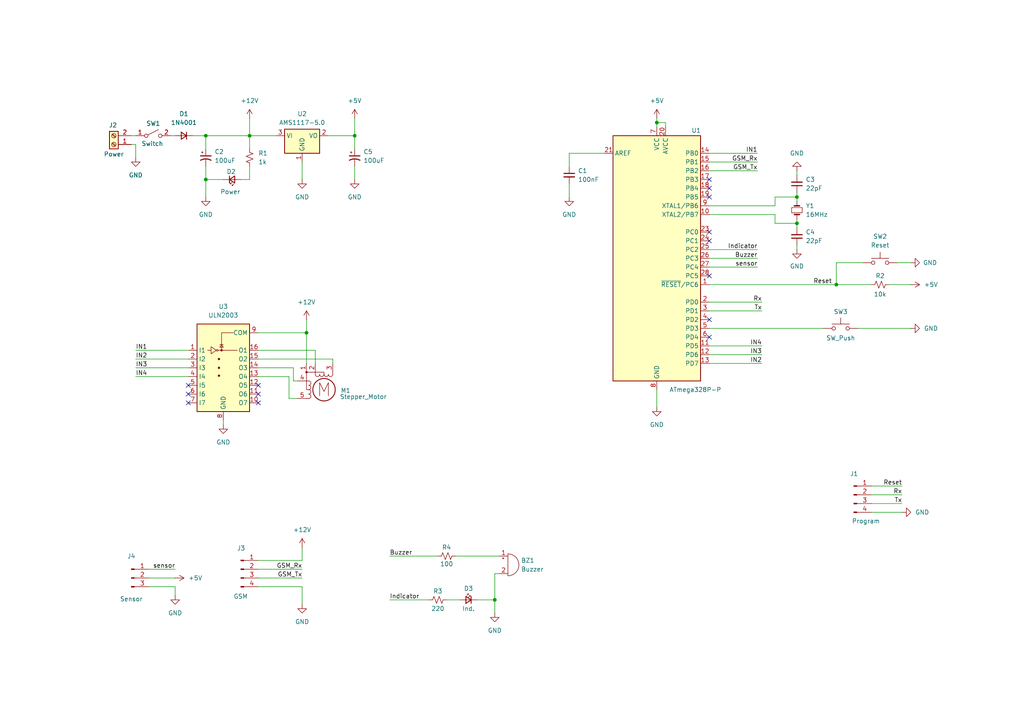
<source format=kicad_sch>
(kicad_sch (version 20231120) (generator "eeschema") (generator_version "8.0")
  (paper "A4")
  (lib_symbols
    (symbol "Connector:Conn_01x03_Pin" (pin_names (offset 1.016) hide)
      (property "Reference" "J" (at 0 5.08 0))
      (property "Value" "Conn_01x03_Pin" (at 0 -5.08 0))
      (symbol "Conn_01x03_Pin_1_1"
        (polyline (pts (xy 1.27 -2.54) (xy 0.8636 -2.54)) (stroke (width 0.1524)))
        (polyline (pts (xy 1.27 0) (xy 0.8636 0)) (stroke (width 0.1524)))
        (polyline (pts (xy 1.27 2.54) (xy 0.8636 2.54)) (stroke (width 0.1524)))
        (rectangle (start 0.8636 -2.413) (end 0 -2.667) (stroke (width 0.1524)) (fill (type outline)))
        (rectangle (start 0.8636 0.127) (end 0 -0.127) (stroke (width 0.1524)) (fill (type outline)))
        (rectangle (start 0.8636 2.667) (end 0 2.413) (stroke (width 0.1524)) (fill (type outline)))
        (pin passive line (at 5.08 2.54 180) (length 3.81) (name "Pin_1") (number "1"))
        (pin passive line (at 5.08 0 180) (length 3.81) (name "Pin_2") (number "2"))
        (pin passive line (at 5.08 -2.54 180) (length 3.81) (name "Pin_3") (number "3"))
      )
    )
    (symbol "Connector:Conn_01x04_Pin" (pin_names (offset 1.016) hide)
      (property "Reference" "J" (at 0 5.08 0))
      (property "Value" "Conn_01x04_Pin" (at 0 -7.62 0))
      (symbol "Conn_01x04_Pin_1_1"
        (polyline (pts (xy 1.27 -5.08) (xy 0.8636 -5.08)) (stroke (width 0.1524)))
        (polyline (pts (xy 1.27 -2.54) (xy 0.8636 -2.54)) (stroke (width 0.1524)))
        (polyline (pts (xy 1.27 0) (xy 0.8636 0)) (stroke (width 0.1524)))
        (polyline (pts (xy 1.27 2.54) (xy 0.8636 2.54)) (stroke (width 0.1524)))
        (rectangle (start 0.8636 -4.953) (end 0 -5.207) (stroke (width 0.1524)) (fill (type outline)))
        (rectangle (start 0.8636 -2.413) (end 0 -2.667) (stroke (width 0.1524)) (fill (type outline)))
        (rectangle (start 0.8636 0.127) (end 0 -0.127) (stroke (width 0.1524)) (fill (type outline)))
        (rectangle (start 0.8636 2.667) (end 0 2.413) (stroke (width 0.1524)) (fill (type outline)))
        (pin passive line (at 5.08 2.54 180) (length 3.81) (name "Pin_1") (number "1"))
        (pin passive line (at 5.08 0 180) (length 3.81) (name "Pin_2") (number "2"))
        (pin passive line (at 5.08 -2.54 180) (length 3.81) (name "Pin_3") (number "3"))
        (pin passive line (at 5.08 -5.08 180) (length 3.81) (name "Pin_4") (number "4"))
      )
    )
    (symbol "Connector:Screw_Terminal_01x02" (pin_names (offset 1.016) hide)
      (property "Reference" "J" (at 0 2.54 0))
      (property "Value" "Screw_Terminal_01x02" (at 0 -5.08 0))
      (symbol "Screw_Terminal_01x02_1_1"
        (rectangle (start -1.27 1.27) (end 1.27 -3.81) (stroke (width 0.254)) (fill (type background)))
        (circle (center 0 -2.54) (radius 0.635) (stroke (width 0.1524)))
        (polyline (pts (xy -0.5334 -2.2098) (xy 0.3302 -3.048)) (stroke (width 0.1524)))
        (polyline (pts (xy -0.5334 0.3302) (xy 0.3302 -0.508)) (stroke (width 0.1524)))
        (polyline (pts (xy -0.3556 -2.032) (xy 0.508 -2.8702)) (stroke (width 0.1524)))
        (polyline (pts (xy -0.3556 0.508) (xy 0.508 -0.3302)) (stroke (width 0.1524)))
        (circle (center 0 0) (radius 0.635) (stroke (width 0.1524)))
        (pin passive line (at -5.08 0 0) (length 3.81) (name "Pin_1") (number "1"))
        (pin passive line (at -5.08 -2.54 0) (length 3.81) (name "Pin_2") (number "2"))
      )
    )
    (symbol "Device:Buzzer" (pin_names (offset 0.0254) hide)
      (property "Reference" "BZ" (at 3.81 1.27 0))
      (property "Value" "Buzzer" (at 3.81 -1.27 0))
      (symbol "Buzzer_0_1"
        (arc (start 0 -3.175) (mid 3.1612 0) (end 0 3.175))
        (polyline (pts (xy -1.651 1.905) (xy -1.143 1.905)))
        (polyline (pts (xy -1.397 2.159) (xy -1.397 1.651)))
        (polyline (pts (xy 0 3.175) (xy 0 -3.175)))
      )
      (symbol "Buzzer_1_1"
        (pin passive line (at -2.54 2.54 0) (length 2.54) (name "+") (number "1"))
        (pin passive line (at -2.54 -2.54 0) (length 2.54) (name "-") (number "2"))
      )
    )
    (symbol "Device:C_Polarized_Small_US" (pin_numbers hide) (pin_names (offset 0.254) hide)
      (property "Reference" "C" (at 0.254 1.778 0))
      (property "Value" "C_Polarized_Small_US" (at 0.254 -2.032 0))
      (symbol "C_Polarized_Small_US_0_1"
        (polyline (pts (xy -1.524 0.508) (xy 1.524 0.508)) (stroke (width 0.3048)))
        (polyline (pts (xy -1.27 1.524) (xy -0.762 1.524)))
        (polyline (pts (xy -1.016 1.27) (xy -1.016 1.778)))
        (arc (start 1.524 -0.762) (mid 0 -0.3734) (end -1.524 -0.762) (stroke (width 0.3048)))
      )
      (symbol "C_Polarized_Small_US_1_1"
        (pin passive line (at 0 2.54 270) (length 2.032) (name "~") (number "1"))
        (pin passive line (at 0 -2.54 90) (length 2.032) (name "~") (number "2"))
      )
    )
    (symbol "Device:C_Small" (pin_numbers hide) (pin_names (offset 0.254) hide)
      (property "Reference" "C" (at 0.254 1.778 0))
      (property "Value" "C_Small" (at 0.254 -2.032 0))
      (symbol "C_Small_0_1"
        (polyline (pts (xy -1.524 -0.508) (xy 1.524 -0.508)) (stroke (width 0.3302)))
        (polyline (pts (xy -1.524 0.508) (xy 1.524 0.508)) (stroke (width 0.3048)))
      )
      (symbol "C_Small_1_1"
        (pin passive line (at 0 2.54 270) (length 2.032) (name "~") (number "1"))
        (pin passive line (at 0 -2.54 90) (length 2.032) (name "~") (number "2"))
      )
    )
    (symbol "Device:Crystal_Small" (pin_numbers hide) (pin_names (offset 1.016) hide)
      (property "Reference" "Y" (at 0 2.54 0))
      (property "Value" "Crystal_Small" (at 0 -2.54 0))
      (symbol "Crystal_Small_0_1"
        (rectangle (start -0.762 -1.524) (end 0.762 1.524))
        (polyline (pts (xy -1.27 -0.762) (xy -1.27 0.762)) (stroke (width 0.381)))
        (polyline (pts (xy 1.27 -0.762) (xy 1.27 0.762)) (stroke (width 0.381)))
      )
      (symbol "Crystal_Small_1_1"
        (pin passive line (at -2.54 0 0) (length 1.27) (name "1") (number "1"))
        (pin passive line (at 2.54 0 180) (length 1.27) (name "2") (number "2"))
      )
    )
    (symbol "Device:D_Small" (pin_numbers hide) (pin_names (offset 0.254) hide)
      (property "Reference" "D" (at -1.27 2.032 0))
      (property "Value" "D_Small" (at -3.81 -2.032 0))
      (symbol "D_Small_0_1"
        (polyline (pts (xy -0.762 -1.016) (xy -0.762 1.016)) (stroke (width 0.254)))
        (polyline (pts (xy -0.762 0) (xy 0.762 0)))
        (polyline (pts (xy 0.762 -1.016) (xy -0.762 0) (xy 0.762 1.016) (xy 0.762 -1.016)) (stroke (width 0.254)))
      )
      (symbol "D_Small_1_1"
        (pin passive line (at -2.54 0 0) (length 1.778) (name "K") (number "1"))
        (pin passive line (at 2.54 0 180) (length 1.778) (name "A") (number "2"))
      )
    )
    (symbol "Device:LED_Small" (pin_numbers hide) (pin_names (offset 0.254) hide)
      (property "Reference" "D" (at -1.27 3.175 0))
      (property "Value" "LED_Small" (at -4.445 -2.54 0))
      (symbol "LED_Small_0_1"
        (polyline (pts (xy -0.762 -1.016) (xy -0.762 1.016)) (stroke (width 0.254)))
        (polyline (pts (xy 1.016 0) (xy -0.762 0)))
        (polyline (pts (xy 0.762 -1.016) (xy -0.762 0) (xy 0.762 1.016) (xy 0.762 -1.016)) (stroke (width 0.254)))
        (polyline (pts (xy 0 0.762) (xy -0.508 1.27) (xy -0.254 1.27) (xy -0.508 1.27) (xy -0.508 1.016)))
        (polyline (pts (xy 0.508 1.27) (xy 0 1.778) (xy 0.254 1.778) (xy 0 1.778) (xy 0 1.524)))
      )
      (symbol "LED_Small_1_1"
        (pin passive line (at -2.54 0 0) (length 1.778) (name "K") (number "1"))
        (pin passive line (at 2.54 0 180) (length 1.778) (name "A") (number "2"))
      )
    )
    (symbol "Device:R_Small_US" (pin_numbers hide) (pin_names (offset 0.254) hide)
      (property "Reference" "R" (at 0.762 0.508 0))
      (property "Value" "R_Small_US" (at 0.762 -1.016 0))
      (symbol "R_Small_US_1_1"
        (polyline (pts (xy 0 0) (xy 1.016 -0.381) (xy 0 -0.762) (xy -1.016 -1.143) (xy 0 -1.524)))
        (polyline (pts (xy 0 1.524) (xy 1.016 1.143) (xy 0 0.762) (xy -1.016 0.381) (xy 0 0)))
        (pin passive line (at 0 2.54 270) (length 1.016) (name "~") (number "1"))
        (pin passive line (at 0 -2.54 90) (length 1.016) (name "~") (number "2"))
      )
    )
    (symbol "MCU_Microchip_ATmega:ATmega328P-P"
      (property "Reference" "U" (at -12.7 36.83 0))
      (property "Value" "ATmega328P-P" (at 2.54 -36.83 0))
      (symbol "ATmega328P-P_0_1"
        (rectangle (start -12.7 -35.56) (end 12.7 35.56) (stroke (width 0.254)) (fill (type background)))
      )
      (symbol "ATmega328P-P_1_1"
        (pin bidirectional line (at 15.24 -7.62 180) (length 2.54) (name "~{RESET}/PC6") (number "1"))
        (pin bidirectional line (at 15.24 12.7 180) (length 2.54) (name "XTAL2/PB7") (number "10"))
        (pin bidirectional line (at 15.24 -25.4 180) (length 2.54) (name "PD5") (number "11"))
        (pin bidirectional line (at 15.24 -27.94 180) (length 2.54) (name "PD6") (number "12"))
        (pin bidirectional line (at 15.24 -30.48 180) (length 2.54) (name "PD7") (number "13"))
        (pin bidirectional line (at 15.24 30.48 180) (length 2.54) (name "PB0") (number "14"))
        (pin bidirectional line (at 15.24 27.94 180) (length 2.54) (name "PB1") (number "15"))
        (pin bidirectional line (at 15.24 25.4 180) (length 2.54) (name "PB2") (number "16"))
        (pin bidirectional line (at 15.24 22.86 180) (length 2.54) (name "PB3") (number "17"))
        (pin bidirectional line (at 15.24 20.32 180) (length 2.54) (name "PB4") (number "18"))
        (pin bidirectional line (at 15.24 17.78 180) (length 2.54) (name "PB5") (number "19"))
        (pin bidirectional line (at 15.24 -12.7 180) (length 2.54) (name "PD0") (number "2"))
        (pin power_in line (at 2.54 38.1 270) (length 2.54) (name "AVCC") (number "20"))
        (pin passive line (at -15.24 30.48 0) (length 2.54) (name "AREF") (number "21"))
        (pin passive line (at 0 -38.1 90) (length 2.54) hide (name "GND") (number "22"))
        (pin bidirectional line (at 15.24 7.62 180) (length 2.54) (name "PC0") (number "23"))
        (pin bidirectional line (at 15.24 5.08 180) (length 2.54) (name "PC1") (number "24"))
        (pin bidirectional line (at 15.24 2.54 180) (length 2.54) (name "PC2") (number "25"))
        (pin bidirectional line (at 15.24 0 180) (length 2.54) (name "PC3") (number "26"))
        (pin bidirectional line (at 15.24 -2.54 180) (length 2.54) (name "PC4") (number "27"))
        (pin bidirectional line (at 15.24 -5.08 180) (length 2.54) (name "PC5") (number "28"))
        (pin bidirectional line (at 15.24 -15.24 180) (length 2.54) (name "PD1") (number "3"))
        (pin bidirectional line (at 15.24 -17.78 180) (length 2.54) (name "PD2") (number "4"))
        (pin bidirectional line (at 15.24 -20.32 180) (length 2.54) (name "PD3") (number "5"))
        (pin bidirectional line (at 15.24 -22.86 180) (length 2.54) (name "PD4") (number "6"))
        (pin power_in line (at 0 38.1 270) (length 2.54) (name "VCC") (number "7"))
        (pin power_in line (at 0 -38.1 90) (length 2.54) (name "GND") (number "8"))
        (pin bidirectional line (at 15.24 15.24 180) (length 2.54) (name "XTAL1/PB6") (number "9"))
      )
    )
    (symbol "Motor:Stepper_Motor_unipolar_5pin" (pin_names (offset 0) hide)
      (property "Reference" "M" (at 3.81 2.54 0))
      (property "Value" "Stepper_Motor_unipolar_5pin" (at 3.81 1.27 0))
      (symbol "Stepper_Motor_unipolar_5pin_0_0"
        (polyline (pts (xy -1.27 -1.778) (xy -1.27 2.032) (xy 0 -0.508) (xy 1.27 2.032) (xy 1.27 -1.778)))
      )
      (symbol "Stepper_Motor_unipolar_5pin_0_1"
        (circle (center -5.08 5.08) (radius 0.0001) (fill (type outline)))
        (circle (center -5.08 5.08) (radius 0.254) (fill (type outline)))
        (arc (start -4.445 -2.54) (mid -3.8127 -1.905) (end -4.445 -1.27))
        (arc (start -4.445 -1.27) (mid -3.8127 -0.635) (end -4.445 0))
        (arc (start -4.445 0) (mid -3.8127 0.635) (end -4.445 1.27))
        (arc (start -4.445 1.27) (mid -3.8127 1.905) (end -4.445 2.54))
        (arc (start -2.54 4.445) (mid -1.905 3.8127) (end -1.27 4.445))
        (arc (start -1.27 4.445) (mid -0.635 3.8127) (end 0 4.445))
        (polyline (pts (xy -5.08 -2.54) (xy -4.445 -2.54)))
        (polyline (pts (xy -5.08 2.54) (xy -4.445 2.54)))
        (polyline (pts (xy -2.54 4.445) (xy -2.54 5.08)))
        (polyline (pts (xy 2.54 4.445) (xy 2.54 5.08)))
        (polyline (pts (xy -5.08 5.08) (xy -5.08 0) (xy -4.445 0)))
        (polyline (pts (xy 0 4.445) (xy 0 5.08) (xy -5.08 5.08)))
        (circle (center 0 0) (radius 3.2512) (stroke (width 0.254)))
        (arc (start 0 4.445) (mid 0.635 3.8127) (end 1.27 4.445))
        (arc (start 1.27 4.445) (mid 1.905 3.8127) (end 2.54 4.445))
      )
      (symbol "Stepper_Motor_unipolar_5pin_1_1"
        (pin passive line (at -5.08 7.62 270) (length 2.54) (name "~") (number "1"))
        (pin passive line (at -2.54 7.62 270) (length 2.54) (name "~") (number "2"))
        (pin passive line (at 2.54 7.62 270) (length 2.54) (name "-") (number "3"))
        (pin passive line (at -7.62 2.54 0) (length 2.54) (name "~") (number "4"))
        (pin passive line (at -7.62 -2.54 0) (length 2.54) (name "~") (number "5"))
      )
    )
    (symbol "Regulator_Linear:AMS1117-5.0"
      (property "Reference" "U" (at -3.81 3.175 0))
      (property "Value" "AMS1117-5.0" (at 0 3.175 0))
      (symbol "AMS1117-5.0_0_1"
        (rectangle (start -5.08 -5.08) (end 5.08 1.905) (stroke (width 0.254)) (fill (type background)))
      )
      (symbol "AMS1117-5.0_1_1"
        (pin power_in line (at 0 -7.62 90) (length 2.54) (name "GND") (number "1"))
        (pin power_out line (at 7.62 0 180) (length 2.54) (name "VO") (number "2"))
        (pin power_in line (at -7.62 0 0) (length 2.54) (name "VI") (number "3"))
      )
    )
    (symbol "Switch:SW_Push" (pin_numbers hide) (pin_names (offset 1.016) hide)
      (property "Reference" "SW" (at 1.27 2.54 0))
      (property "Value" "SW_Push" (at 0 -1.524 0))
      (symbol "SW_Push_0_1"
        (circle (center -2.032 0) (radius 0.508))
        (polyline (pts (xy 0 1.27) (xy 0 3.048)))
        (polyline (pts (xy 2.54 1.27) (xy -2.54 1.27)))
        (circle (center 2.032 0) (radius 0.508))
        (pin passive line (at -5.08 0 0) (length 2.54) (name "1") (number "1"))
        (pin passive line (at 5.08 0 180) (length 2.54) (name "2") (number "2"))
      )
    )
    (symbol "Switch:SW_SPST" (pin_names (offset 0) hide)
      (property "Reference" "SW" (at 0 3.175 0))
      (property "Value" "SW_SPST" (at 0 -2.54 0))
      (symbol "SW_SPST_0_0"
        (circle (center -2.032 0) (radius 0.508))
        (polyline (pts (xy -1.524 0.254) (xy 1.524 1.778)))
        (circle (center 2.032 0) (radius 0.508))
      )
      (symbol "SW_SPST_1_1"
        (pin passive line (at -5.08 0 0) (length 2.54) (name "A") (number "1"))
        (pin passive line (at 5.08 0 180) (length 2.54) (name "B") (number "2"))
      )
    )
    (symbol "Transistor_Array:ULN2003"
      (property "Reference" "U" (at 0 15.875 0))
      (property "Value" "ULN2003" (at 0 13.97 0))
      (symbol "ULN2003_0_1"
        (rectangle (start -7.62 -12.7) (end 7.62 12.7) (stroke (width 0.254)) (fill (type background)))
        (circle (center -1.778 5.08) (radius 0.254))
        (circle (center -1.27 -2.286) (radius 0.254) (fill (type outline)))
        (circle (center -1.27 0) (radius 0.254) (fill (type outline)))
        (circle (center -1.27 2.54) (radius 0.254) (fill (type outline)))
        (circle (center -0.508 5.08) (radius 0.254) (fill (type outline)))
        (polyline (pts (xy -4.572 5.08) (xy -3.556 5.08)))
        (polyline (pts (xy -1.524 5.08) (xy 4.064 5.08)))
        (polyline (pts (xy 0 6.731) (xy -1.016 6.731)))
        (polyline (pts (xy -0.508 5.08) (xy -0.508 10.16) (xy 2.921 10.16)))
        (polyline (pts (xy -3.556 6.096) (xy -3.556 4.064) (xy -2.032 5.08) (xy -3.556 6.096)))
        (polyline (pts (xy 0 5.969) (xy -1.016 5.969) (xy -0.508 6.731) (xy 0 5.969)))
      )
      (symbol "ULN2003_1_1"
        (pin input line (at -10.16 5.08 0) (length 2.54) (name "I1") (number "1"))
        (pin open_collector line (at 10.16 -10.16 180) (length 2.54) (name "O7") (number "10"))
        (pin open_collector line (at 10.16 -7.62 180) (length 2.54) (name "O6") (number "11"))
        (pin open_collector line (at 10.16 -5.08 180) (length 2.54) (name "O5") (number "12"))
        (pin open_collector line (at 10.16 -2.54 180) (length 2.54) (name "O4") (number "13"))
        (pin open_collector line (at 10.16 0 180) (length 2.54) (name "O3") (number "14"))
        (pin open_collector line (at 10.16 2.54 180) (length 2.54) (name "O2") (number "15"))
        (pin open_collector line (at 10.16 5.08 180) (length 2.54) (name "O1") (number "16"))
        (pin input line (at -10.16 2.54 0) (length 2.54) (name "I2") (number "2"))
        (pin input line (at -10.16 0 0) (length 2.54) (name "I3") (number "3"))
        (pin input line (at -10.16 -2.54 0) (length 2.54) (name "I4") (number "4"))
        (pin input line (at -10.16 -5.08 0) (length 2.54) (name "I5") (number "5"))
        (pin input line (at -10.16 -7.62 0) (length 2.54) (name "I6") (number "6"))
        (pin input line (at -10.16 -10.16 0) (length 2.54) (name "I7") (number "7"))
        (pin power_in line (at 0 -15.24 90) (length 2.54) (name "GND") (number "8"))
        (pin passive line (at 10.16 10.16 180) (length 2.54) (name "COM") (number "9"))
      )
    )
    (symbol "power:+12V" (power) (pin_numbers hide) (pin_names (offset 0) hide)
      (property "Value" "+12V" (at 0 3.556 0))
      (symbol "+12V_0_1"
        (polyline (pts (xy -0.762 1.27) (xy 0 2.54)))
        (polyline (pts (xy 0 0) (xy 0 2.54)))
        (polyline (pts (xy 0 2.54) (xy 0.762 1.27)))
      )
      (symbol "+12V_1_1"
        (pin power_in line (at 0 0 90) (length 0) (name "~") (number "1"))
      )
    )
    (symbol "power:+5V" (power) (pin_numbers hide) (pin_names (offset 0) hide)
      (property "Value" "+5V" (at 0 3.556 0))
      (symbol "+5V_0_1"
        (polyline (pts (xy -0.762 1.27) (xy 0 2.54)))
        (polyline (pts (xy 0 0) (xy 0 2.54)))
        (polyline (pts (xy 0 2.54) (xy 0.762 1.27)))
      )
      (symbol "+5V_1_1"
        (pin power_in line (at 0 0 90) (length 0) (name "~") (number "1"))
      )
    )
    (symbol "power:GND" (power) (pin_numbers hide) (pin_names (offset 0) hide)
      (property "Value" "GND" (at 0 -3.81 0))
      (symbol "GND_0_1"
        (polyline (pts (xy 0 0) (xy 0 -1.27) (xy 1.27 -1.27) (xy 0 -2.54) (xy -1.27 -1.27) (xy 0 -1.27)))
      )
      (symbol "GND_1_1"
        (pin power_in line (at 0 0 270) (length 0) (name "~") (number "1"))
      )
    )
  )
  (junction (at 59.69 52.07))
  (junction (at 102.87 39.37))
  (junction (at 190.5 35.56))
  (junction (at 231.14 64.77))
  (junction (at 72.39 39.37))
  (junction (at 231.14 57.15))
  (junction (at 59.69 39.37))
  (junction (at 143.51 173.99))
  (junction (at 88.9 96.52))
  (junction (at 242.57 82.55))
  (no_connect (at 54.61 111.76))
  (no_connect (at 54.61 116.84))
  (no_connect (at 74.93 114.3))
  (no_connect (at 205.74 52.07))
  (no_connect (at 205.74 54.61))
  (no_connect (at 54.61 114.3))
  (no_connect (at 205.74 92.71))
  (no_connect (at 205.74 80.01))
  (no_connect (at 205.74 57.15))
  (no_connect (at 74.93 111.76))
  (no_connect (at 205.74 69.85))
  (no_connect (at 205.74 97.79))
  (no_connect (at 74.93 116.84))
  (no_connect (at 205.74 67.31))
  (wire (pts (xy 250.19 76.2) (xy 242.57 76.2)))
  (wire (pts (xy 43.18 170.18) (xy 50.8 170.18)))
  (wire (pts (xy 224.79 62.23) (xy 224.79 64.77)))
  (wire (pts (xy 74.93 106.68) (xy 85.09 106.68)))
  (wire (pts (xy 231.14 63.5) (xy 231.14 64.77)))
  (wire (pts (xy 132.08 161.29) (xy 144.78 161.29)))
  (wire (pts (xy 143.51 173.99) (xy 143.51 177.8)))
  (wire (pts (xy 205.74 105.41) (xy 220.98 105.41)))
  (wire (pts (xy 88.9 105.41) (xy 88.9 96.52)))
  (wire (pts (xy 43.18 165.1) (xy 50.8 165.1)))
  (wire (pts (xy 143.51 173.99) (xy 138.43 173.99)))
  (wire (pts (xy 43.18 167.64) (xy 50.8 167.64)))
  (wire (pts (xy 88.9 96.52) (xy 74.93 96.52)))
  (wire (pts (xy 64.77 52.07) (xy 59.69 52.07)))
  (wire (pts (xy 252.73 143.51) (xy 261.62 143.51)))
  (wire (pts (xy 231.14 55.88) (xy 231.14 57.15)))
  (wire (pts (xy 205.74 72.39) (xy 219.71 72.39)))
  (wire (pts (xy 85.09 110.49) (xy 86.36 110.49)))
  (wire (pts (xy 39.37 106.68) (xy 54.61 106.68)))
  (wire (pts (xy 205.74 95.25) (xy 238.76 95.25)))
  (wire (pts (xy 165.1 53.34) (xy 165.1 57.15)))
  (wire (pts (xy 39.37 39.37) (xy 38.1 39.37)))
  (wire (pts (xy 96.52 104.14) (xy 96.52 105.41)))
  (wire (pts (xy 231.14 57.15) (xy 231.14 58.42)))
  (wire (pts (xy 39.37 101.6) (xy 54.61 101.6)))
  (wire (pts (xy 224.79 64.77) (xy 231.14 64.77)))
  (wire (pts (xy 102.87 39.37) (xy 102.87 43.18)))
  (wire (pts (xy 242.57 82.55) (xy 252.73 82.55)))
  (wire (pts (xy 72.39 39.37) (xy 80.01 39.37)))
  (wire (pts (xy 59.69 52.07) (xy 59.69 57.15)))
  (wire (pts (xy 86.36 115.57) (xy 83.82 115.57)))
  (wire (pts (xy 59.69 52.07) (xy 59.69 48.26)))
  (wire (pts (xy 95.25 39.37) (xy 102.87 39.37)))
  (wire (pts (xy 257.81 82.55) (xy 264.16 82.55)))
  (wire (pts (xy 113.03 161.29) (xy 127 161.29)))
  (wire (pts (xy 205.74 62.23) (xy 224.79 62.23)))
  (wire (pts (xy 87.63 46.99) (xy 87.63 52.07)))
  (wire (pts (xy 72.39 34.29) (xy 72.39 39.37)))
  (wire (pts (xy 205.74 87.63) (xy 220.98 87.63)))
  (wire (pts (xy 224.79 57.15) (xy 224.79 59.69)))
  (wire (pts (xy 231.14 49.53) (xy 231.14 50.8)))
  (wire (pts (xy 205.74 46.99) (xy 219.71 46.99)))
  (wire (pts (xy 143.51 166.37) (xy 144.78 166.37)))
  (wire (pts (xy 39.37 41.91) (xy 39.37 45.72)))
  (wire (pts (xy 38.1 41.91) (xy 39.37 41.91)))
  (wire (pts (xy 102.87 48.26) (xy 102.87 52.07)))
  (wire (pts (xy 91.44 101.6) (xy 91.44 105.41)))
  (wire (pts (xy 74.93 162.56) (xy 87.63 162.56)))
  (wire (pts (xy 252.73 140.97) (xy 261.62 140.97)))
  (wire (pts (xy 205.74 90.17) (xy 220.98 90.17)))
  (wire (pts (xy 72.39 52.07) (xy 72.39 48.26)))
  (wire (pts (xy 205.74 82.55) (xy 242.57 82.55)))
  (wire (pts (xy 87.63 175.26) (xy 87.63 170.18)))
  (wire (pts (xy 248.92 95.25) (xy 264.16 95.25)))
  (wire (pts (xy 113.03 173.99) (xy 124.46 173.99)))
  (wire (pts (xy 91.44 101.6) (xy 74.93 101.6)))
  (wire (pts (xy 242.57 76.2) (xy 242.57 82.55)))
  (wire (pts (xy 205.74 44.45) (xy 219.71 44.45)))
  (wire (pts (xy 129.54 173.99) (xy 133.35 173.99)))
  (wire (pts (xy 64.77 123.19) (xy 64.77 121.92)))
  (wire (pts (xy 190.5 35.56) (xy 190.5 34.29)))
  (wire (pts (xy 83.82 115.57) (xy 83.82 109.22)))
  (wire (pts (xy 49.53 39.37) (xy 50.8 39.37)))
  (wire (pts (xy 39.37 109.22) (xy 54.61 109.22)))
  (wire (pts (xy 193.04 35.56) (xy 190.5 35.56)))
  (wire (pts (xy 85.09 106.68) (xy 85.09 110.49)))
  (wire (pts (xy 83.82 109.22) (xy 74.93 109.22)))
  (wire (pts (xy 88.9 92.71) (xy 88.9 96.52)))
  (wire (pts (xy 260.35 76.2) (xy 264.16 76.2)))
  (wire (pts (xy 193.04 36.83) (xy 193.04 35.56)))
  (wire (pts (xy 190.5 113.03) (xy 190.5 118.11)))
  (wire (pts (xy 74.93 165.1) (xy 87.63 165.1)))
  (wire (pts (xy 231.14 64.77) (xy 231.14 66.04)))
  (wire (pts (xy 205.74 102.87) (xy 220.98 102.87)))
  (wire (pts (xy 102.87 34.29) (xy 102.87 39.37)))
  (wire (pts (xy 224.79 59.69) (xy 205.74 59.69)))
  (wire (pts (xy 39.37 104.14) (xy 54.61 104.14)))
  (wire (pts (xy 205.74 74.93) (xy 219.71 74.93)))
  (wire (pts (xy 252.73 146.05) (xy 261.62 146.05)))
  (wire (pts (xy 87.63 162.56) (xy 87.63 158.75)))
  (wire (pts (xy 74.93 167.64) (xy 87.63 167.64)))
  (wire (pts (xy 190.5 35.56) (xy 190.5 36.83)))
  (wire (pts (xy 59.69 39.37) (xy 72.39 39.37)))
  (wire (pts (xy 74.93 104.14) (xy 96.52 104.14)))
  (wire (pts (xy 165.1 44.45) (xy 165.1 48.26)))
  (wire (pts (xy 55.88 39.37) (xy 59.69 39.37)))
  (wire (pts (xy 143.51 166.37) (xy 143.51 173.99)))
  (wire (pts (xy 205.74 49.53) (xy 219.71 49.53)))
  (wire (pts (xy 50.8 170.18) (xy 50.8 172.72)))
  (wire (pts (xy 72.39 39.37) (xy 72.39 43.18)))
  (wire (pts (xy 231.14 71.12) (xy 231.14 72.39)))
  (wire (pts (xy 87.63 170.18) (xy 74.93 170.18)))
  (wire (pts (xy 205.74 77.47) (xy 219.71 77.47)))
  (wire (pts (xy 231.14 57.15) (xy 224.79 57.15)))
  (wire (pts (xy 69.85 52.07) (xy 72.39 52.07)))
  (wire (pts (xy 59.69 39.37) (xy 59.69 43.18)))
  (wire (pts (xy 205.74 100.33) (xy 220.98 100.33)))
  (wire (pts (xy 252.73 148.59) (xy 261.62 148.59)))
  (wire (pts (xy 175.26 44.45) (xy 165.1 44.45)))
  (label "GSM_Rx" (at 219.71 46.99 180))
  (label "Reset" (at 261.62 140.97 180))
  (label "Tx" (at 261.62 146.05 180))
  (label "Indicator" (at 113.03 173.99 0))
  (label "GSM_Tx" (at 219.71 49.53 180))
  (label "IN1" (at 219.71 44.45 180))
  (label "GSM_Rx" (at 87.63 165.1 180))
  (label "IN1" (at 39.37 101.6 0))
  (label "IN2" (at 220.98 105.41 180))
  (label "IN4" (at 220.98 100.33 180))
  (label "sensor" (at 50.8 165.1 180))
  (label "IN2" (at 39.37 104.14 0))
  (label "Rx" (at 261.62 143.51 180))
  (label "IN3" (at 220.98 102.87 180))
  (label "IN3" (at 39.37 106.68 0))
  (label "Reset" (at 241.3 82.55 180))
  (label "Indicator" (at 219.71 72.39 180))
  (label "Tx" (at 220.98 90.17 180))
  (label "IN4" (at 39.37 109.22 0))
  (label "Rx" (at 220.98 87.63 180))
  (label "Buzzer" (at 219.71 74.93 180))
  (label "sensor" (at 219.71 77.47 180))
  (label "Buzzer" (at 113.03 161.29 0))
  (label "GSM_Tx" (at 87.63 167.64 180))
  (symbol (lib_id "power:GND") (at 39.37 45.72 0) (unit 1)
    (property "Reference" "#PWR03" (effects (hide yes)))
    (property "Value" "GND" (at 39.37 50.8 0))
    (property "Description" "Power symbol creates a global label with name \"GND\" , ground" (effects (hide yes)))
  )
  (symbol (lib_id "Device:R_Small_US") (at 255.27 82.55 90) (unit 1)
    (property "Reference" "R2" (at 255.27 80.01 90))
    (property "Value" "10k" (at 255.27 85.344 90))
    (property "Footprint" "Resistor_THT:R_Axial_DIN0207_L6.3mm_D2.5mm_P10.16mm_Horizontal" (effects (hide yes)))
    (property "Description" "Resistor, small US symbol" (effects (hide yes)))
  )
  (symbol (lib_id "Device:Buzzer") (at 147.32 163.83 0) (unit 1)
    (property "Reference" "BZ1" (at 151.13 162.5599 0) (effects (justify left)))
    (property "Value" "Buzzer" (at 151.13 165.0999 0) (effects (justify left)))
    (property "Footprint" "Buzzer_Beeper:Buzzer_12x9.5RM7.6" (effects (hide yes)))
    (property "Description" "Buzzer, polarized" (effects (hide yes)))
  )
  (symbol (lib_id "power:+12V") (at 88.9 92.71 0) (unit 1)
    (property "Reference" "#PWR017" (effects (hide yes)))
    (property "Value" "+12V" (at 88.9 87.63 0))
    (property "Description" "Power symbol creates a global label with name \"+12V\"" (effects (hide yes)))
  )
  (symbol (lib_id "Switch:SW_SPST") (at 44.45 39.37 0) (unit 1)
    (property "Reference" "SW1" (at 44.45 35.814 0))
    (property "Value" "Switch" (at 44.196 41.656 0))
    (property "Footprint" "TestPoint:TestPoint_2Pads_Pitch2.54mm_Drill0.8mm" (effects (hide yes)))
    (property "Description" "Single Pole Single Throw (SPST) switch" (effects (hide yes)))
  )
  (symbol (lib_id "power:GND") (at 264.16 95.25 90) (mirror x) (unit 1)
    (property "Reference" "#PWR027" (effects (hide yes)))
    (property "Value" "GND" (at 267.97 95.2499 90) (effects (justify right)))
    (property "Description" "Power symbol creates a global label with name \"GND\" , ground" (effects (hide yes)))
  )
  (symbol (lib_id "power:GND") (at 50.8 172.72 0) (unit 1)
    (property "Reference" "#PWR021" (effects (hide yes)))
    (property "Value" "GND" (at 50.8 177.8 0))
    (property "Description" "Power symbol creates a global label with name \"GND\" , ground" (effects (hide yes)))
  )
  (symbol (lib_id "power:GND") (at 231.14 49.53 180) (unit 1)
    (property "Reference" "#PWR09" (effects (hide yes)))
    (property "Value" "GND" (at 231.14 44.45 0))
    (property "Description" "Power symbol creates a global label with name \"GND\" , ground" (effects (hide yes)))
  )
  (symbol (lib_id "Transistor_Array:ULN2003") (at 64.77 106.68 0) (unit 1)
    (property "Reference" "U3" (at 64.77 88.9 0))
    (property "Value" "ULN2003" (at 64.77 91.44 0))
    (property "Footprint" "Package_DIP:DIP-16_W7.62mm_LongPads" (effects (hide yes)))
    (property "Datasheet" "http://www.ti.com/lit/ds/symlink/uln2003a.pdf" (effects (hide yes)))
    (property "Description" "High Voltage, High Current Darlington Transistor Arrays, SOIC16/SOIC16W/DIP16/TSSOP16" (effects (hide yes)))
  )
  (symbol (lib_id "Device:C_Polarized_Small_US") (at 59.69 45.72 0) (unit 1)
    (property "Reference" "C2" (at 62.23 44.0181 0) (effects (justify left)))
    (property "Value" "100uF" (at 62.23 46.5581 0) (effects (justify left)))
    (property "Footprint" "Capacitor_THT:CP_Radial_D5.0mm_P2.50mm" (effects (hide yes)))
    (property "Description" "Polarized capacitor, small US symbol" (effects (hide yes)))
  )
  (symbol (lib_id "power:+12V") (at 87.63 158.75 0) (unit 1)
    (property "Reference" "#PWR018" (effects (hide yes)))
    (property "Value" "+12V" (at 87.63 153.67 0))
    (property "Description" "Power symbol creates a global label with name \"+12V\"" (effects (hide yes)))
  )
  (symbol (lib_id "power:GND") (at 143.51 177.8 0) (unit 1)
    (property "Reference" "#PWR015" (effects (hide yes)))
    (property "Value" "GND" (at 143.51 182.88 0))
    (property "Description" "Power symbol creates a global label with name \"GND\" , ground" (effects (hide yes)))
  )
  (symbol (lib_id "Device:R_Small_US") (at 129.54 161.29 90) (unit 1)
    (property "Reference" "R4" (at 129.54 158.75 90))
    (property "Value" "100" (at 129.54 163.576 90))
    (property "Footprint" "Resistor_THT:R_Axial_DIN0207_L6.3mm_D2.5mm_P10.16mm_Horizontal" (effects (hide yes)))
    (property "Description" "Resistor, small US symbol" (effects (hide yes)))
  )
  (symbol (lib_id "Device:LED_Small") (at 135.89 173.99 0) (mirror y) (unit 1)
    (property "Reference" "D3" (at 135.89 170.688 0))
    (property "Value" "Ind." (at 135.89 176.53 0))
    (property "Footprint" "LED_THT:LED_D3.0mm" (effects (hide yes)))
    (property "Description" "Light emitting diode, small symbol" (effects (hide yes)))
  )
  (symbol (lib_id "Device:R_Small_US") (at 72.39 45.72 0) (unit 1)
    (property "Reference" "R1" (at 74.93 44.4499 0) (effects (justify left)))
    (property "Value" "1k" (at 74.93 46.9899 0) (effects (justify left)))
    (property "Footprint" "Resistor_THT:R_Axial_DIN0207_L6.3mm_D2.5mm_P10.16mm_Horizontal" (effects (hide yes)))
    (property "Description" "Resistor, small US symbol" (effects (hide yes)))
  )
  (symbol (lib_id "Device:Crystal_Small") (at 231.14 60.96 90) (unit 1)
    (property "Reference" "Y1" (at 233.68 59.6899 90) (effects (justify right)))
    (property "Value" "16MHz" (at 233.68 62.2299 90) (effects (justify right)))
    (property "Footprint" "Crystal:Crystal_HC50_Vertical" (effects (hide yes)))
    (property "Description" "Two pin crystal, small symbol" (effects (hide yes)))
  )
  (symbol (lib_id "power:GND") (at 87.63 52.07 0) (unit 1)
    (property "Reference" "#PWR08" (effects (hide yes)))
    (property "Value" "GND" (at 87.63 57.15 0))
    (property "Description" "Power symbol creates a global label with name \"GND\" , ground" (effects (hide yes)))
  )
  (symbol (lib_id "Connector:Conn_01x03_Pin") (at 38.1 167.64 0) (unit 1)
    (property "Reference" "J4" (at 38.1 161.29 0))
    (property "Value" "Sensor" (at 38.1 173.736 0))
    (property "Footprint" "Connector_PinHeader_2.54mm:PinHeader_1x03_P2.54mm_Vertical" (effects (hide yes)))
    (property "Description" "Generic connector, single row, 01x03, script generated" (effects (hide yes)))
  )
  (symbol (lib_id "power:GND") (at 87.63 175.26 0) (unit 1)
    (property "Reference" "#PWR019" (effects (hide yes)))
    (property "Value" "GND" (at 87.63 180.34 0))
    (property "Description" "Power symbol creates a global label with name \"GND\" , ground" (effects (hide yes)))
  )
  (symbol (lib_id "power:GND") (at 59.69 57.15 0) (unit 1)
    (property "Reference" "#PWR06" (effects (hide yes)))
    (property "Value" "GND" (at 59.69 62.23 0))
    (property "Description" "Power symbol creates a global label with name \"GND\" , ground" (effects (hide yes)))
  )
  (symbol (lib_id "Switch:SW_Push") (at 243.84 95.25 0) (mirror y) (unit 1)
    (property "Reference" "SW3" (at 243.84 90.424 0))
    (property "Value" "SW_Push" (at 243.84 98.044 0))
    (property "Footprint" "TestPoint:TestPoint_2Pads_Pitch2.54mm_Drill0.8mm" (effects (hide yes)))
    (property "Description" "Push button switch, generic, two pins" (effects (hide yes)))
  )
  (symbol (lib_id "power:GND") (at 165.1 57.15 0) (unit 1)
    (property "Reference" "#PWR01" (effects (hide yes)))
    (property "Value" "GND" (at 165.1 62.23 0))
    (property "Description" "Power symbol creates a global label with name \"GND\" , ground" (effects (hide yes)))
  )
  (symbol (lib_id "Device:C_Small") (at 165.1 50.8 0) (unit 1)
    (property "Reference" "C1" (at 167.64 49.5362 0) (effects (justify left)))
    (property "Value" "100nF" (at 167.64 52.0762 0) (effects (justify left)))
    (property "Footprint" "Capacitor_THT:C_Disc_D3.0mm_W1.6mm_P2.50mm" (effects (hide yes)))
    (property "Description" "Unpolarized capacitor, small symbol" (effects (hide yes)))
  )
  (symbol (lib_id "power:GND") (at 64.77 123.19 0) (unit 1)
    (property "Reference" "#PWR016" (effects (hide yes)))
    (property "Value" "GND" (at 64.77 128.27 0))
    (property "Description" "Power symbol creates a global label with name \"GND\" , ground" (effects (hide yes)))
  )
  (symbol (lib_id "Device:LED_Small") (at 67.31 52.07 0) (mirror x) (unit 1)
    (property "Reference" "D2" (at 67.056 49.784 0))
    (property "Value" "Power" (at 66.802 55.626 0))
    (property "Footprint" "LED_THT:LED_D3.0mm" (effects (hide yes)))
    (property "Description" "Light emitting diode, small symbol" (effects (hide yes)))
  )
  (symbol (lib_id "power:GND") (at 231.14 72.39 0) (unit 1)
    (property "Reference" "#PWR010" (effects (hide yes)))
    (property "Value" "GND" (at 231.14 77.216 0))
    (property "Description" "Power symbol creates a global label with name \"GND\" , ground" (effects (hide yes)))
  )
  (symbol (lib_id "power:GND") (at 102.87 52.07 0) (unit 1)
    (property "Reference" "#PWR012" (effects (hide yes)))
    (property "Value" "GND" (at 102.87 57.15 0))
    (property "Description" "Power symbol creates a global label with name \"GND\" , ground" (effects (hide yes)))
  )
  (symbol (lib_id "Device:C_Small") (at 231.14 53.34 180) (unit 1)
    (property "Reference" "C3" (at 233.68 52.0635 0) (effects (justify right)))
    (property "Value" "22pF" (at 233.68 54.6035 0) (effects (justify right)))
    (property "Footprint" "Capacitor_THT:C_Disc_D3.0mm_W1.6mm_P2.50mm" (effects (hide yes)))
    (property "Description" "Unpolarized capacitor, small symbol" (effects (hide yes)))
  )
  (symbol (lib_id "power:+5V") (at 264.16 82.55 270) (unit 1)
    (property "Reference" "#PWR014" (effects (hide yes)))
    (property "Value" "+5V" (at 267.97 82.5499 90) (effects (justify left)))
    (property "Description" "Power symbol creates a global label with name \"+5V\"" (effects (hide yes)))
  )
  (symbol (lib_id "Connector:Screw_Terminal_01x02") (at 33.02 41.91 180) (unit 1)
    (property "Reference" "J2" (at 32.766 36.322 0))
    (property "Value" "Power" (at 33.02 44.704 0))
    (property "Footprint" "TerminalBlock:TerminalBlock_bornier-2_P5.08mm" (effects (hide yes)))
    (property "Description" "Generic screw terminal, single row, 01x02, script generated (kicad-library-utils/schlib/autogen/connector/)" (effects (hide yes)))
  )
  (symbol (lib_id "Switch:SW_Push") (at 255.27 76.2 0) (unit 1)
    (property "Reference" "SW2" (at 255.27 68.58 0))
    (property "Value" "Reset" (at 255.27 71.12 0))
    (property "Footprint" "Button_Switch_THT:SW_PUSH_6mm" (effects (hide yes)))
    (property "Description" "Push button switch, generic, two pins" (effects (hide yes)))
  )
  (symbol (lib_id "Connector:Conn_01x04_Pin") (at 247.65 143.51 0) (unit 1)
    (property "Reference" "J1" (at 248.92 137.414 0) (effects (justify right)))
    (property "Value" "Program" (at 255.27 151.13 0) (effects (justify right)))
    (property "Footprint" "Connector_PinHeader_2.54mm:PinHeader_1x04_P2.54mm_Vertical" (effects (hide yes)))
    (property "Description" "Generic connector, single row, 01x04, script generated" (effects (hide yes)))
  )
  (symbol (lib_id "power:GND") (at 190.5 118.11 0) (unit 1)
    (property "Reference" "#PWR05" (effects (hide yes)))
    (property "Value" "GND" (at 190.5 123.19 0))
    (property "Description" "Power symbol creates a global label with name \"GND\" , ground" (effects (hide yes)))
  )
  (symbol (lib_id "MCU_Microchip_ATmega:ATmega328P-P") (at 190.5 74.93 0) (unit 1)
    (property "Reference" "U1" (at 201.93 37.846 0))
    (property "Value" "ATmega328P-P" (at 201.676 113.03 0))
    (property "Footprint" "Package_DIP:DIP-28_W7.62mm_Socket_LongPads" (effects (hide yes)))
    (property "Datasheet" "http://ww1.microchip.com/downloads/en/DeviceDoc/ATmega328_P%20AVR%20MCU%20with%20picoPower%20Technology%20Data%20Sheet%2040001984A.pdf" (effects (hide yes)))
    (property "Description" "20MHz, 32kB Flash, 2kB SRAM, 1kB EEPROM, DIP-28" (effects (hide yes)))
  )
  (symbol (lib_id "power:GND") (at 261.62 148.59 90) (unit 1)
    (property "Reference" "#PWR02" (effects (hide yes)))
    (property "Value" "GND" (at 265.43 148.5899 90) (effects (justify right)))
    (property "Description" "Power symbol creates a global label with name \"GND\" , ground" (effects (hide yes)))
  )
  (symbol (lib_id "Device:R_Small_US") (at 127 173.99 90) (unit 1)
    (property "Reference" "R3" (at 127 171.45 90))
    (property "Value" "220" (at 127 176.53 90))
    (property "Footprint" "Resistor_THT:R_Axial_DIN0207_L6.3mm_D2.5mm_P10.16mm_Horizontal" (effects (hide yes)))
    (property "Description" "Resistor, small US symbol" (effects (hide yes)))
  )
  (symbol (lib_id "Regulator_Linear:AMS1117-5.0") (at 87.63 39.37 0) (unit 1)
    (property "Reference" "U2" (at 87.63 33.02 0))
    (property "Value" "AMS1117-5.0" (at 87.63 35.56 0))
    (property "Footprint" "Package_TO_SOT_SMD:SOT-223-3_TabPin2" (effects (hide yes)))
    (property "Datasheet" "http://www.advanced-monolithic.com/pdf/ds1117.pdf" (effects (hide yes)))
    (property "Description" "1A Low Dropout regulator, positive, 5.0V fixed output, SOT-223" (effects (hide yes)))
  )
  (symbol (lib_id "power:+5V") (at 102.87 34.29 0) (unit 1)
    (property "Reference" "#PWR011" (effects (hide yes)))
    (property "Value" "+5V" (at 102.87 29.21 0))
    (property "Description" "Power symbol creates a global label with name \"+5V\"" (effects (hide yes)))
  )
  (symbol (lib_id "Device:C_Small") (at 231.14 68.58 180) (unit 1)
    (property "Reference" "C4" (at 233.68 67.3035 0) (effects (justify right)))
    (property "Value" "22pF" (at 233.68 69.8435 0) (effects (justify right)))
    (property "Footprint" "Capacitor_THT:C_Disc_D3.0mm_W1.6mm_P2.50mm" (effects (hide yes)))
    (property "Description" "Unpolarized capacitor, small symbol" (effects (hide yes)))
  )
  (symbol (lib_id "power:+5V") (at 50.8 167.64 270) (unit 1)
    (property "Reference" "#PWR020" (effects (hide yes)))
    (property "Value" "+5V" (at 54.61 167.6399 90) (effects (justify left)))
    (property "Description" "Power symbol creates a global label with name \"+5V\"" (effects (hide yes)))
  )
  (symbol (lib_id "power:GND") (at 264.16 76.2 90) (unit 1)
    (property "Reference" "#PWR013" (effects (hide yes)))
    (property "Value" "GND" (at 269.748 76.2 90))
    (property "Description" "Power symbol creates a global label with name \"GND\" , ground" (effects (hide yes)))
  )
  (symbol (lib_id "Connector:Conn_01x04_Pin") (at 69.85 165.1 0) (unit 1)
    (property "Reference" "J3" (at 71.12 159.004 0) (effects (justify right)))
    (property "Value" "GSM" (at 71.882 172.974 0) (effects (justify right)))
    (property "Footprint" "Connector_PinHeader_2.54mm:PinHeader_1x04_P2.54mm_Vertical" (effects (hide yes)))
    (property "Description" "Generic connector, single row, 01x04, script generated" (effects (hide yes)))
  )
  (symbol (lib_id "Device:C_Polarized_Small_US") (at 102.87 45.72 0) (unit 1)
    (property "Reference" "C5" (at 105.41 44.0181 0) (effects (justify left)))
    (property "Value" "100uF" (at 105.41 46.5581 0) (effects (justify left)))
    (property "Footprint" "Capacitor_THT:CP_Radial_D5.0mm_P2.50mm" (effects (hide yes)))
    (property "Description" "Polarized capacitor, small US symbol" (effects (hide yes)))
  )
  (symbol (lib_id "Device:D_Small") (at 53.34 39.37 180) (unit 1)
    (property "Reference" "D1" (at 53.34 33.02 0))
    (property "Value" "1N4001" (at 53.34 35.56 0))
    (property "Footprint" "Diode_THT:D_A-405_P10.16mm_Horizontal" (effects (hide yes)))
    (property "Description" "Diode, small symbol" (effects (hide yes)))
    (property "Sim.Device" "D" (effects (hide yes)))
    (property "Sim.Pins" "1=K 2=A" (effects (hide yes)))
  )
  (symbol (lib_id "power:+12V") (at 72.39 34.29 0) (unit 1)
    (property "Reference" "#PWR07" (effects (hide yes)))
    (property "Value" "+12V" (at 72.39 29.21 0))
    (property "Description" "Power symbol creates a global label with name \"+12V\"" (effects (hide yes)))
  )
  (symbol (lib_id "power:+5V") (at 190.5 34.29 0) (unit 1)
    (property "Reference" "#PWR04" (effects (hide yes)))
    (property "Value" "+5V" (at 190.5 29.21 0))
    (property "Description" "Power symbol creates a global label with name \"+5V\"" (effects (hide yes)))
  )
  (symbol (lib_id "Motor:Stepper_Motor_unipolar_5pin") (at 93.98 113.03 0) (unit 1)
    (property "Reference" "M1" (at 98.806 113.284 0) (effects (justify left)))
    (property "Value" "Stepper_Motor" (at 98.552 115.062 0) (effects (justify left)))
    (property "Footprint" "Connector_PinHeader_2.54mm:PinHeader_1x05_P2.54mm_Vertical" (effects (hide yes)))
    (property "Datasheet" "http://www.infineon.com/dgdl/Application-Note-TLE8110EE_driving_UniPolarStepperMotor_V1.1.pdf?fileId=db3a30431be39b97011be5d0aa0a00b0" (effects (hide yes)))
    (property "Description" "5-wire unipolar stepper motor" (effects (hide yes)))
  )
)
</source>
